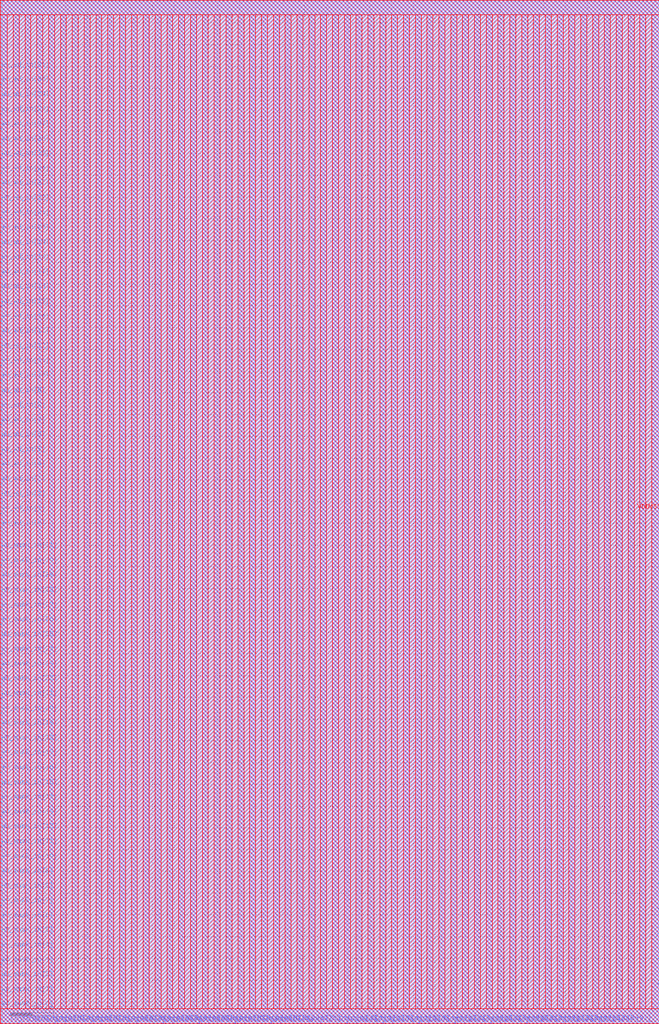
<source format=lef>
VERSION 5.7 ;
BUSBITCHARS "[]" ;
MACRO fakeram_32x128_2r1w
  FOREIGN fakeram_32x128_2r1w 0 0 ;
  SYMMETRY X Y R90 ;
  SIZE 303.140 BY 470.560 ;
  CLASS BLOCK ;
  PIN w0_mask_in[0]
    DIRECTION INPUT ;
    USE SIGNAL ;
    SHAPE ABUTMENT ;
    PORT
      LAYER met3 ;
      RECT 0.000 6.650 0.800 6.950 ;
    END
  END w0_mask_in[0]
  PIN w0_mask_in[1]
    DIRECTION INPUT ;
    USE SIGNAL ;
    SHAPE ABUTMENT ;
    PORT
      LAYER met3 ;
      RECT 0.000 13.450 0.800 13.750 ;
    END
  END w0_mask_in[1]
  PIN w0_mask_in[2]
    DIRECTION INPUT ;
    USE SIGNAL ;
    SHAPE ABUTMENT ;
    PORT
      LAYER met3 ;
      RECT 0.000 20.250 0.800 20.550 ;
    END
  END w0_mask_in[2]
  PIN w0_mask_in[3]
    DIRECTION INPUT ;
    USE SIGNAL ;
    SHAPE ABUTMENT ;
    PORT
      LAYER met3 ;
      RECT 0.000 27.050 0.800 27.350 ;
    END
  END w0_mask_in[3]
  PIN w0_mask_in[4]
    DIRECTION INPUT ;
    USE SIGNAL ;
    SHAPE ABUTMENT ;
    PORT
      LAYER met3 ;
      RECT 0.000 33.850 0.800 34.150 ;
    END
  END w0_mask_in[4]
  PIN w0_mask_in[5]
    DIRECTION INPUT ;
    USE SIGNAL ;
    SHAPE ABUTMENT ;
    PORT
      LAYER met3 ;
      RECT 0.000 40.650 0.800 40.950 ;
    END
  END w0_mask_in[5]
  PIN w0_mask_in[6]
    DIRECTION INPUT ;
    USE SIGNAL ;
    SHAPE ABUTMENT ;
    PORT
      LAYER met3 ;
      RECT 0.000 47.450 0.800 47.750 ;
    END
  END w0_mask_in[6]
  PIN w0_mask_in[7]
    DIRECTION INPUT ;
    USE SIGNAL ;
    SHAPE ABUTMENT ;
    PORT
      LAYER met3 ;
      RECT 0.000 54.250 0.800 54.550 ;
    END
  END w0_mask_in[7]
  PIN w0_mask_in[8]
    DIRECTION INPUT ;
    USE SIGNAL ;
    SHAPE ABUTMENT ;
    PORT
      LAYER met3 ;
      RECT 0.000 61.050 0.800 61.350 ;
    END
  END w0_mask_in[8]
  PIN w0_mask_in[9]
    DIRECTION INPUT ;
    USE SIGNAL ;
    SHAPE ABUTMENT ;
    PORT
      LAYER met3 ;
      RECT 0.000 67.850 0.800 68.150 ;
    END
  END w0_mask_in[9]
  PIN w0_mask_in[10]
    DIRECTION INPUT ;
    USE SIGNAL ;
    SHAPE ABUTMENT ;
    PORT
      LAYER met3 ;
      RECT 0.000 74.650 0.800 74.950 ;
    END
  END w0_mask_in[10]
  PIN w0_mask_in[11]
    DIRECTION INPUT ;
    USE SIGNAL ;
    SHAPE ABUTMENT ;
    PORT
      LAYER met3 ;
      RECT 0.000 81.450 0.800 81.750 ;
    END
  END w0_mask_in[11]
  PIN w0_mask_in[12]
    DIRECTION INPUT ;
    USE SIGNAL ;
    SHAPE ABUTMENT ;
    PORT
      LAYER met3 ;
      RECT 0.000 88.250 0.800 88.550 ;
    END
  END w0_mask_in[12]
  PIN w0_mask_in[13]
    DIRECTION INPUT ;
    USE SIGNAL ;
    SHAPE ABUTMENT ;
    PORT
      LAYER met3 ;
      RECT 0.000 95.050 0.800 95.350 ;
    END
  END w0_mask_in[13]
  PIN w0_mask_in[14]
    DIRECTION INPUT ;
    USE SIGNAL ;
    SHAPE ABUTMENT ;
    PORT
      LAYER met3 ;
      RECT 0.000 101.850 0.800 102.150 ;
    END
  END w0_mask_in[14]
  PIN w0_mask_in[15]
    DIRECTION INPUT ;
    USE SIGNAL ;
    SHAPE ABUTMENT ;
    PORT
      LAYER met3 ;
      RECT 0.000 108.650 0.800 108.950 ;
    END
  END w0_mask_in[15]
  PIN w0_mask_in[16]
    DIRECTION INPUT ;
    USE SIGNAL ;
    SHAPE ABUTMENT ;
    PORT
      LAYER met3 ;
      RECT 0.000 115.450 0.800 115.750 ;
    END
  END w0_mask_in[16]
  PIN w0_mask_in[17]
    DIRECTION INPUT ;
    USE SIGNAL ;
    SHAPE ABUTMENT ;
    PORT
      LAYER met3 ;
      RECT 0.000 122.250 0.800 122.550 ;
    END
  END w0_mask_in[17]
  PIN w0_mask_in[18]
    DIRECTION INPUT ;
    USE SIGNAL ;
    SHAPE ABUTMENT ;
    PORT
      LAYER met3 ;
      RECT 0.000 129.050 0.800 129.350 ;
    END
  END w0_mask_in[18]
  PIN w0_mask_in[19]
    DIRECTION INPUT ;
    USE SIGNAL ;
    SHAPE ABUTMENT ;
    PORT
      LAYER met3 ;
      RECT 0.000 135.850 0.800 136.150 ;
    END
  END w0_mask_in[19]
  PIN w0_mask_in[20]
    DIRECTION INPUT ;
    USE SIGNAL ;
    SHAPE ABUTMENT ;
    PORT
      LAYER met3 ;
      RECT 0.000 142.650 0.800 142.950 ;
    END
  END w0_mask_in[20]
  PIN w0_mask_in[21]
    DIRECTION INPUT ;
    USE SIGNAL ;
    SHAPE ABUTMENT ;
    PORT
      LAYER met3 ;
      RECT 0.000 149.450 0.800 149.750 ;
    END
  END w0_mask_in[21]
  PIN w0_mask_in[22]
    DIRECTION INPUT ;
    USE SIGNAL ;
    SHAPE ABUTMENT ;
    PORT
      LAYER met3 ;
      RECT 0.000 156.250 0.800 156.550 ;
    END
  END w0_mask_in[22]
  PIN w0_mask_in[23]
    DIRECTION INPUT ;
    USE SIGNAL ;
    SHAPE ABUTMENT ;
    PORT
      LAYER met3 ;
      RECT 0.000 163.050 0.800 163.350 ;
    END
  END w0_mask_in[23]
  PIN w0_mask_in[24]
    DIRECTION INPUT ;
    USE SIGNAL ;
    SHAPE ABUTMENT ;
    PORT
      LAYER met3 ;
      RECT 0.000 169.850 0.800 170.150 ;
    END
  END w0_mask_in[24]
  PIN w0_mask_in[25]
    DIRECTION INPUT ;
    USE SIGNAL ;
    SHAPE ABUTMENT ;
    PORT
      LAYER met3 ;
      RECT 0.000 176.650 0.800 176.950 ;
    END
  END w0_mask_in[25]
  PIN w0_mask_in[26]
    DIRECTION INPUT ;
    USE SIGNAL ;
    SHAPE ABUTMENT ;
    PORT
      LAYER met3 ;
      RECT 0.000 183.450 0.800 183.750 ;
    END
  END w0_mask_in[26]
  PIN w0_mask_in[27]
    DIRECTION INPUT ;
    USE SIGNAL ;
    SHAPE ABUTMENT ;
    PORT
      LAYER met3 ;
      RECT 0.000 190.250 0.800 190.550 ;
    END
  END w0_mask_in[27]
  PIN w0_mask_in[28]
    DIRECTION INPUT ;
    USE SIGNAL ;
    SHAPE ABUTMENT ;
    PORT
      LAYER met3 ;
      RECT 0.000 197.050 0.800 197.350 ;
    END
  END w0_mask_in[28]
  PIN w0_mask_in[29]
    DIRECTION INPUT ;
    USE SIGNAL ;
    SHAPE ABUTMENT ;
    PORT
      LAYER met3 ;
      RECT 0.000 203.850 0.800 204.150 ;
    END
  END w0_mask_in[29]
  PIN w0_mask_in[30]
    DIRECTION INPUT ;
    USE SIGNAL ;
    SHAPE ABUTMENT ;
    PORT
      LAYER met3 ;
      RECT 0.000 210.650 0.800 210.950 ;
    END
  END w0_mask_in[30]
  PIN w0_mask_in[31]
    DIRECTION INPUT ;
    USE SIGNAL ;
    SHAPE ABUTMENT ;
    PORT
      LAYER met3 ;
      RECT 0.000 217.450 0.800 217.750 ;
    END
  END w0_mask_in[31]
  PIN w0_wd_in[0]
    DIRECTION INPUT ;
    USE SIGNAL ;
    SHAPE ABUTMENT ;
    PORT
      LAYER met3 ;
      RECT 0.000 227.650 0.800 227.950 ;
    END
  END w0_wd_in[0]
  PIN w0_wd_in[1]
    DIRECTION INPUT ;
    USE SIGNAL ;
    SHAPE ABUTMENT ;
    PORT
      LAYER met3 ;
      RECT 0.000 234.450 0.800 234.750 ;
    END
  END w0_wd_in[1]
  PIN w0_wd_in[2]
    DIRECTION INPUT ;
    USE SIGNAL ;
    SHAPE ABUTMENT ;
    PORT
      LAYER met3 ;
      RECT 0.000 241.250 0.800 241.550 ;
    END
  END w0_wd_in[2]
  PIN w0_wd_in[3]
    DIRECTION INPUT ;
    USE SIGNAL ;
    SHAPE ABUTMENT ;
    PORT
      LAYER met3 ;
      RECT 0.000 248.050 0.800 248.350 ;
    END
  END w0_wd_in[3]
  PIN w0_wd_in[4]
    DIRECTION INPUT ;
    USE SIGNAL ;
    SHAPE ABUTMENT ;
    PORT
      LAYER met3 ;
      RECT 0.000 254.850 0.800 255.150 ;
    END
  END w0_wd_in[4]
  PIN w0_wd_in[5]
    DIRECTION INPUT ;
    USE SIGNAL ;
    SHAPE ABUTMENT ;
    PORT
      LAYER met3 ;
      RECT 0.000 261.650 0.800 261.950 ;
    END
  END w0_wd_in[5]
  PIN w0_wd_in[6]
    DIRECTION INPUT ;
    USE SIGNAL ;
    SHAPE ABUTMENT ;
    PORT
      LAYER met3 ;
      RECT 0.000 268.450 0.800 268.750 ;
    END
  END w0_wd_in[6]
  PIN w0_wd_in[7]
    DIRECTION INPUT ;
    USE SIGNAL ;
    SHAPE ABUTMENT ;
    PORT
      LAYER met3 ;
      RECT 0.000 275.250 0.800 275.550 ;
    END
  END w0_wd_in[7]
  PIN w0_wd_in[8]
    DIRECTION INPUT ;
    USE SIGNAL ;
    SHAPE ABUTMENT ;
    PORT
      LAYER met3 ;
      RECT 0.000 282.050 0.800 282.350 ;
    END
  END w0_wd_in[8]
  PIN w0_wd_in[9]
    DIRECTION INPUT ;
    USE SIGNAL ;
    SHAPE ABUTMENT ;
    PORT
      LAYER met3 ;
      RECT 0.000 288.850 0.800 289.150 ;
    END
  END w0_wd_in[9]
  PIN w0_wd_in[10]
    DIRECTION INPUT ;
    USE SIGNAL ;
    SHAPE ABUTMENT ;
    PORT
      LAYER met3 ;
      RECT 0.000 295.650 0.800 295.950 ;
    END
  END w0_wd_in[10]
  PIN w0_wd_in[11]
    DIRECTION INPUT ;
    USE SIGNAL ;
    SHAPE ABUTMENT ;
    PORT
      LAYER met3 ;
      RECT 0.000 302.450 0.800 302.750 ;
    END
  END w0_wd_in[11]
  PIN w0_wd_in[12]
    DIRECTION INPUT ;
    USE SIGNAL ;
    SHAPE ABUTMENT ;
    PORT
      LAYER met3 ;
      RECT 0.000 309.250 0.800 309.550 ;
    END
  END w0_wd_in[12]
  PIN w0_wd_in[13]
    DIRECTION INPUT ;
    USE SIGNAL ;
    SHAPE ABUTMENT ;
    PORT
      LAYER met3 ;
      RECT 0.000 316.050 0.800 316.350 ;
    END
  END w0_wd_in[13]
  PIN w0_wd_in[14]
    DIRECTION INPUT ;
    USE SIGNAL ;
    SHAPE ABUTMENT ;
    PORT
      LAYER met3 ;
      RECT 0.000 322.850 0.800 323.150 ;
    END
  END w0_wd_in[14]
  PIN w0_wd_in[15]
    DIRECTION INPUT ;
    USE SIGNAL ;
    SHAPE ABUTMENT ;
    PORT
      LAYER met3 ;
      RECT 0.000 329.650 0.800 329.950 ;
    END
  END w0_wd_in[15]
  PIN w0_wd_in[16]
    DIRECTION INPUT ;
    USE SIGNAL ;
    SHAPE ABUTMENT ;
    PORT
      LAYER met3 ;
      RECT 0.000 336.450 0.800 336.750 ;
    END
  END w0_wd_in[16]
  PIN w0_wd_in[17]
    DIRECTION INPUT ;
    USE SIGNAL ;
    SHAPE ABUTMENT ;
    PORT
      LAYER met3 ;
      RECT 0.000 343.250 0.800 343.550 ;
    END
  END w0_wd_in[17]
  PIN w0_wd_in[18]
    DIRECTION INPUT ;
    USE SIGNAL ;
    SHAPE ABUTMENT ;
    PORT
      LAYER met3 ;
      RECT 0.000 350.050 0.800 350.350 ;
    END
  END w0_wd_in[18]
  PIN w0_wd_in[19]
    DIRECTION INPUT ;
    USE SIGNAL ;
    SHAPE ABUTMENT ;
    PORT
      LAYER met3 ;
      RECT 0.000 356.850 0.800 357.150 ;
    END
  END w0_wd_in[19]
  PIN w0_wd_in[20]
    DIRECTION INPUT ;
    USE SIGNAL ;
    SHAPE ABUTMENT ;
    PORT
      LAYER met3 ;
      RECT 0.000 363.650 0.800 363.950 ;
    END
  END w0_wd_in[20]
  PIN w0_wd_in[21]
    DIRECTION INPUT ;
    USE SIGNAL ;
    SHAPE ABUTMENT ;
    PORT
      LAYER met3 ;
      RECT 0.000 370.450 0.800 370.750 ;
    END
  END w0_wd_in[21]
  PIN w0_wd_in[22]
    DIRECTION INPUT ;
    USE SIGNAL ;
    SHAPE ABUTMENT ;
    PORT
      LAYER met3 ;
      RECT 0.000 377.250 0.800 377.550 ;
    END
  END w0_wd_in[22]
  PIN w0_wd_in[23]
    DIRECTION INPUT ;
    USE SIGNAL ;
    SHAPE ABUTMENT ;
    PORT
      LAYER met3 ;
      RECT 0.000 384.050 0.800 384.350 ;
    END
  END w0_wd_in[23]
  PIN w0_wd_in[24]
    DIRECTION INPUT ;
    USE SIGNAL ;
    SHAPE ABUTMENT ;
    PORT
      LAYER met3 ;
      RECT 0.000 390.850 0.800 391.150 ;
    END
  END w0_wd_in[24]
  PIN w0_wd_in[25]
    DIRECTION INPUT ;
    USE SIGNAL ;
    SHAPE ABUTMENT ;
    PORT
      LAYER met3 ;
      RECT 0.000 397.650 0.800 397.950 ;
    END
  END w0_wd_in[25]
  PIN w0_wd_in[26]
    DIRECTION INPUT ;
    USE SIGNAL ;
    SHAPE ABUTMENT ;
    PORT
      LAYER met3 ;
      RECT 0.000 404.450 0.800 404.750 ;
    END
  END w0_wd_in[26]
  PIN w0_wd_in[27]
    DIRECTION INPUT ;
    USE SIGNAL ;
    SHAPE ABUTMENT ;
    PORT
      LAYER met3 ;
      RECT 0.000 411.250 0.800 411.550 ;
    END
  END w0_wd_in[27]
  PIN w0_wd_in[28]
    DIRECTION INPUT ;
    USE SIGNAL ;
    SHAPE ABUTMENT ;
    PORT
      LAYER met3 ;
      RECT 0.000 418.050 0.800 418.350 ;
    END
  END w0_wd_in[28]
  PIN w0_wd_in[29]
    DIRECTION INPUT ;
    USE SIGNAL ;
    SHAPE ABUTMENT ;
    PORT
      LAYER met3 ;
      RECT 0.000 424.850 0.800 425.150 ;
    END
  END w0_wd_in[29]
  PIN w0_wd_in[30]
    DIRECTION INPUT ;
    USE SIGNAL ;
    SHAPE ABUTMENT ;
    PORT
      LAYER met3 ;
      RECT 0.000 431.650 0.800 431.950 ;
    END
  END w0_wd_in[30]
  PIN w0_wd_in[31]
    DIRECTION INPUT ;
    USE SIGNAL ;
    SHAPE ABUTMENT ;
    PORT
      LAYER met3 ;
      RECT 0.000 438.450 0.800 438.750 ;
    END
  END w0_wd_in[31]
  PIN r0_rd_out[0]
    DIRECTION OUTPUT ;
    USE SIGNAL ;
    SHAPE ABUTMENT ;
    PORT
      LAYER met2 ;
      RECT 4.530 0.000 4.670 0.350 ;
    END
  END r0_rd_out[0]
  PIN r0_rd_out[1]
    DIRECTION OUTPUT ;
    USE SIGNAL ;
    SHAPE ABUTMENT ;
    PORT
      LAYER met2 ;
      RECT 8.670 0.000 8.810 0.350 ;
    END
  END r0_rd_out[1]
  PIN r0_rd_out[2]
    DIRECTION OUTPUT ;
    USE SIGNAL ;
    SHAPE ABUTMENT ;
    PORT
      LAYER met2 ;
      RECT 12.810 0.000 12.950 0.350 ;
    END
  END r0_rd_out[2]
  PIN r0_rd_out[3]
    DIRECTION OUTPUT ;
    USE SIGNAL ;
    SHAPE ABUTMENT ;
    PORT
      LAYER met2 ;
      RECT 16.950 0.000 17.090 0.350 ;
    END
  END r0_rd_out[3]
  PIN r0_rd_out[4]
    DIRECTION OUTPUT ;
    USE SIGNAL ;
    SHAPE ABUTMENT ;
    PORT
      LAYER met2 ;
      RECT 21.090 0.000 21.230 0.350 ;
    END
  END r0_rd_out[4]
  PIN r0_rd_out[5]
    DIRECTION OUTPUT ;
    USE SIGNAL ;
    SHAPE ABUTMENT ;
    PORT
      LAYER met2 ;
      RECT 25.230 0.000 25.370 0.350 ;
    END
  END r0_rd_out[5]
  PIN r0_rd_out[6]
    DIRECTION OUTPUT ;
    USE SIGNAL ;
    SHAPE ABUTMENT ;
    PORT
      LAYER met2 ;
      RECT 29.370 0.000 29.510 0.350 ;
    END
  END r0_rd_out[6]
  PIN r0_rd_out[7]
    DIRECTION OUTPUT ;
    USE SIGNAL ;
    SHAPE ABUTMENT ;
    PORT
      LAYER met2 ;
      RECT 33.510 0.000 33.650 0.350 ;
    END
  END r0_rd_out[7]
  PIN r0_rd_out[8]
    DIRECTION OUTPUT ;
    USE SIGNAL ;
    SHAPE ABUTMENT ;
    PORT
      LAYER met2 ;
      RECT 37.650 0.000 37.790 0.350 ;
    END
  END r0_rd_out[8]
  PIN r0_rd_out[9]
    DIRECTION OUTPUT ;
    USE SIGNAL ;
    SHAPE ABUTMENT ;
    PORT
      LAYER met2 ;
      RECT 41.790 0.000 41.930 0.350 ;
    END
  END r0_rd_out[9]
  PIN r0_rd_out[10]
    DIRECTION OUTPUT ;
    USE SIGNAL ;
    SHAPE ABUTMENT ;
    PORT
      LAYER met2 ;
      RECT 45.930 0.000 46.070 0.350 ;
    END
  END r0_rd_out[10]
  PIN r0_rd_out[11]
    DIRECTION OUTPUT ;
    USE SIGNAL ;
    SHAPE ABUTMENT ;
    PORT
      LAYER met2 ;
      RECT 50.070 0.000 50.210 0.350 ;
    END
  END r0_rd_out[11]
  PIN r0_rd_out[12]
    DIRECTION OUTPUT ;
    USE SIGNAL ;
    SHAPE ABUTMENT ;
    PORT
      LAYER met2 ;
      RECT 54.210 0.000 54.350 0.350 ;
    END
  END r0_rd_out[12]
  PIN r0_rd_out[13]
    DIRECTION OUTPUT ;
    USE SIGNAL ;
    SHAPE ABUTMENT ;
    PORT
      LAYER met2 ;
      RECT 58.350 0.000 58.490 0.350 ;
    END
  END r0_rd_out[13]
  PIN r0_rd_out[14]
    DIRECTION OUTPUT ;
    USE SIGNAL ;
    SHAPE ABUTMENT ;
    PORT
      LAYER met2 ;
      RECT 62.490 0.000 62.630 0.350 ;
    END
  END r0_rd_out[14]
  PIN r0_rd_out[15]
    DIRECTION OUTPUT ;
    USE SIGNAL ;
    SHAPE ABUTMENT ;
    PORT
      LAYER met2 ;
      RECT 66.630 0.000 66.770 0.350 ;
    END
  END r0_rd_out[15]
  PIN r0_rd_out[16]
    DIRECTION OUTPUT ;
    USE SIGNAL ;
    SHAPE ABUTMENT ;
    PORT
      LAYER met2 ;
      RECT 70.770 0.000 70.910 0.350 ;
    END
  END r0_rd_out[16]
  PIN r0_rd_out[17]
    DIRECTION OUTPUT ;
    USE SIGNAL ;
    SHAPE ABUTMENT ;
    PORT
      LAYER met2 ;
      RECT 74.910 0.000 75.050 0.350 ;
    END
  END r0_rd_out[17]
  PIN r0_rd_out[18]
    DIRECTION OUTPUT ;
    USE SIGNAL ;
    SHAPE ABUTMENT ;
    PORT
      LAYER met2 ;
      RECT 79.050 0.000 79.190 0.350 ;
    END
  END r0_rd_out[18]
  PIN r0_rd_out[19]
    DIRECTION OUTPUT ;
    USE SIGNAL ;
    SHAPE ABUTMENT ;
    PORT
      LAYER met2 ;
      RECT 83.190 0.000 83.330 0.350 ;
    END
  END r0_rd_out[19]
  PIN r0_rd_out[20]
    DIRECTION OUTPUT ;
    USE SIGNAL ;
    SHAPE ABUTMENT ;
    PORT
      LAYER met2 ;
      RECT 87.330 0.000 87.470 0.350 ;
    END
  END r0_rd_out[20]
  PIN r0_rd_out[21]
    DIRECTION OUTPUT ;
    USE SIGNAL ;
    SHAPE ABUTMENT ;
    PORT
      LAYER met2 ;
      RECT 91.470 0.000 91.610 0.350 ;
    END
  END r0_rd_out[21]
  PIN r0_rd_out[22]
    DIRECTION OUTPUT ;
    USE SIGNAL ;
    SHAPE ABUTMENT ;
    PORT
      LAYER met2 ;
      RECT 95.610 0.000 95.750 0.350 ;
    END
  END r0_rd_out[22]
  PIN r0_rd_out[23]
    DIRECTION OUTPUT ;
    USE SIGNAL ;
    SHAPE ABUTMENT ;
    PORT
      LAYER met2 ;
      RECT 99.750 0.000 99.890 0.350 ;
    END
  END r0_rd_out[23]
  PIN r0_rd_out[24]
    DIRECTION OUTPUT ;
    USE SIGNAL ;
    SHAPE ABUTMENT ;
    PORT
      LAYER met2 ;
      RECT 103.890 0.000 104.030 0.350 ;
    END
  END r0_rd_out[24]
  PIN r0_rd_out[25]
    DIRECTION OUTPUT ;
    USE SIGNAL ;
    SHAPE ABUTMENT ;
    PORT
      LAYER met2 ;
      RECT 108.030 0.000 108.170 0.350 ;
    END
  END r0_rd_out[25]
  PIN r0_rd_out[26]
    DIRECTION OUTPUT ;
    USE SIGNAL ;
    SHAPE ABUTMENT ;
    PORT
      LAYER met2 ;
      RECT 112.170 0.000 112.310 0.350 ;
    END
  END r0_rd_out[26]
  PIN r0_rd_out[27]
    DIRECTION OUTPUT ;
    USE SIGNAL ;
    SHAPE ABUTMENT ;
    PORT
      LAYER met2 ;
      RECT 116.310 0.000 116.450 0.350 ;
    END
  END r0_rd_out[27]
  PIN r0_rd_out[28]
    DIRECTION OUTPUT ;
    USE SIGNAL ;
    SHAPE ABUTMENT ;
    PORT
      LAYER met2 ;
      RECT 120.450 0.000 120.590 0.350 ;
    END
  END r0_rd_out[28]
  PIN r0_rd_out[29]
    DIRECTION OUTPUT ;
    USE SIGNAL ;
    SHAPE ABUTMENT ;
    PORT
      LAYER met2 ;
      RECT 124.590 0.000 124.730 0.350 ;
    END
  END r0_rd_out[29]
  PIN r0_rd_out[30]
    DIRECTION OUTPUT ;
    USE SIGNAL ;
    SHAPE ABUTMENT ;
    PORT
      LAYER met2 ;
      RECT 128.730 0.000 128.870 0.350 ;
    END
  END r0_rd_out[30]
  PIN r0_rd_out[31]
    DIRECTION OUTPUT ;
    USE SIGNAL ;
    SHAPE ABUTMENT ;
    PORT
      LAYER met2 ;
      RECT 132.870 0.000 133.010 0.350 ;
    END
  END r0_rd_out[31]
  PIN r1_rd_out[0]
    DIRECTION OUTPUT ;
    USE SIGNAL ;
    SHAPE ABUTMENT ;
    PORT
      LAYER met2 ;
      RECT 147.130 0.000 147.270 0.350 ;
    END
  END r1_rd_out[0]
  PIN r1_rd_out[1]
    DIRECTION OUTPUT ;
    USE SIGNAL ;
    SHAPE ABUTMENT ;
    PORT
      LAYER met2 ;
      RECT 151.270 0.000 151.410 0.350 ;
    END
  END r1_rd_out[1]
  PIN r1_rd_out[2]
    DIRECTION OUTPUT ;
    USE SIGNAL ;
    SHAPE ABUTMENT ;
    PORT
      LAYER met2 ;
      RECT 155.410 0.000 155.550 0.350 ;
    END
  END r1_rd_out[2]
  PIN r1_rd_out[3]
    DIRECTION OUTPUT ;
    USE SIGNAL ;
    SHAPE ABUTMENT ;
    PORT
      LAYER met2 ;
      RECT 159.550 0.000 159.690 0.350 ;
    END
  END r1_rd_out[3]
  PIN r1_rd_out[4]
    DIRECTION OUTPUT ;
    USE SIGNAL ;
    SHAPE ABUTMENT ;
    PORT
      LAYER met2 ;
      RECT 163.690 0.000 163.830 0.350 ;
    END
  END r1_rd_out[4]
  PIN r1_rd_out[5]
    DIRECTION OUTPUT ;
    USE SIGNAL ;
    SHAPE ABUTMENT ;
    PORT
      LAYER met2 ;
      RECT 167.830 0.000 167.970 0.350 ;
    END
  END r1_rd_out[5]
  PIN r1_rd_out[6]
    DIRECTION OUTPUT ;
    USE SIGNAL ;
    SHAPE ABUTMENT ;
    PORT
      LAYER met2 ;
      RECT 171.970 0.000 172.110 0.350 ;
    END
  END r1_rd_out[6]
  PIN r1_rd_out[7]
    DIRECTION OUTPUT ;
    USE SIGNAL ;
    SHAPE ABUTMENT ;
    PORT
      LAYER met2 ;
      RECT 176.110 0.000 176.250 0.350 ;
    END
  END r1_rd_out[7]
  PIN r1_rd_out[8]
    DIRECTION OUTPUT ;
    USE SIGNAL ;
    SHAPE ABUTMENT ;
    PORT
      LAYER met2 ;
      RECT 180.250 0.000 180.390 0.350 ;
    END
  END r1_rd_out[8]
  PIN r1_rd_out[9]
    DIRECTION OUTPUT ;
    USE SIGNAL ;
    SHAPE ABUTMENT ;
    PORT
      LAYER met2 ;
      RECT 184.390 0.000 184.530 0.350 ;
    END
  END r1_rd_out[9]
  PIN r1_rd_out[10]
    DIRECTION OUTPUT ;
    USE SIGNAL ;
    SHAPE ABUTMENT ;
    PORT
      LAYER met2 ;
      RECT 188.530 0.000 188.670 0.350 ;
    END
  END r1_rd_out[10]
  PIN r1_rd_out[11]
    DIRECTION OUTPUT ;
    USE SIGNAL ;
    SHAPE ABUTMENT ;
    PORT
      LAYER met2 ;
      RECT 192.670 0.000 192.810 0.350 ;
    END
  END r1_rd_out[11]
  PIN r1_rd_out[12]
    DIRECTION OUTPUT ;
    USE SIGNAL ;
    SHAPE ABUTMENT ;
    PORT
      LAYER met2 ;
      RECT 196.810 0.000 196.950 0.350 ;
    END
  END r1_rd_out[12]
  PIN r1_rd_out[13]
    DIRECTION OUTPUT ;
    USE SIGNAL ;
    SHAPE ABUTMENT ;
    PORT
      LAYER met2 ;
      RECT 200.950 0.000 201.090 0.350 ;
    END
  END r1_rd_out[13]
  PIN r1_rd_out[14]
    DIRECTION OUTPUT ;
    USE SIGNAL ;
    SHAPE ABUTMENT ;
    PORT
      LAYER met2 ;
      RECT 205.090 0.000 205.230 0.350 ;
    END
  END r1_rd_out[14]
  PIN r1_rd_out[15]
    DIRECTION OUTPUT ;
    USE SIGNAL ;
    SHAPE ABUTMENT ;
    PORT
      LAYER met2 ;
      RECT 209.230 0.000 209.370 0.350 ;
    END
  END r1_rd_out[15]
  PIN r1_rd_out[16]
    DIRECTION OUTPUT ;
    USE SIGNAL ;
    SHAPE ABUTMENT ;
    PORT
      LAYER met2 ;
      RECT 213.370 0.000 213.510 0.350 ;
    END
  END r1_rd_out[16]
  PIN r1_rd_out[17]
    DIRECTION OUTPUT ;
    USE SIGNAL ;
    SHAPE ABUTMENT ;
    PORT
      LAYER met2 ;
      RECT 217.510 0.000 217.650 0.350 ;
    END
  END r1_rd_out[17]
  PIN r1_rd_out[18]
    DIRECTION OUTPUT ;
    USE SIGNAL ;
    SHAPE ABUTMENT ;
    PORT
      LAYER met2 ;
      RECT 221.650 0.000 221.790 0.350 ;
    END
  END r1_rd_out[18]
  PIN r1_rd_out[19]
    DIRECTION OUTPUT ;
    USE SIGNAL ;
    SHAPE ABUTMENT ;
    PORT
      LAYER met2 ;
      RECT 225.790 0.000 225.930 0.350 ;
    END
  END r1_rd_out[19]
  PIN r1_rd_out[20]
    DIRECTION OUTPUT ;
    USE SIGNAL ;
    SHAPE ABUTMENT ;
    PORT
      LAYER met2 ;
      RECT 229.930 0.000 230.070 0.350 ;
    END
  END r1_rd_out[20]
  PIN r1_rd_out[21]
    DIRECTION OUTPUT ;
    USE SIGNAL ;
    SHAPE ABUTMENT ;
    PORT
      LAYER met2 ;
      RECT 234.070 0.000 234.210 0.350 ;
    END
  END r1_rd_out[21]
  PIN r1_rd_out[22]
    DIRECTION OUTPUT ;
    USE SIGNAL ;
    SHAPE ABUTMENT ;
    PORT
      LAYER met2 ;
      RECT 238.210 0.000 238.350 0.350 ;
    END
  END r1_rd_out[22]
  PIN r1_rd_out[23]
    DIRECTION OUTPUT ;
    USE SIGNAL ;
    SHAPE ABUTMENT ;
    PORT
      LAYER met2 ;
      RECT 242.350 0.000 242.490 0.350 ;
    END
  END r1_rd_out[23]
  PIN r1_rd_out[24]
    DIRECTION OUTPUT ;
    USE SIGNAL ;
    SHAPE ABUTMENT ;
    PORT
      LAYER met2 ;
      RECT 246.490 0.000 246.630 0.350 ;
    END
  END r1_rd_out[24]
  PIN r1_rd_out[25]
    DIRECTION OUTPUT ;
    USE SIGNAL ;
    SHAPE ABUTMENT ;
    PORT
      LAYER met2 ;
      RECT 250.630 0.000 250.770 0.350 ;
    END
  END r1_rd_out[25]
  PIN r1_rd_out[26]
    DIRECTION OUTPUT ;
    USE SIGNAL ;
    SHAPE ABUTMENT ;
    PORT
      LAYER met2 ;
      RECT 254.770 0.000 254.910 0.350 ;
    END
  END r1_rd_out[26]
  PIN r1_rd_out[27]
    DIRECTION OUTPUT ;
    USE SIGNAL ;
    SHAPE ABUTMENT ;
    PORT
      LAYER met2 ;
      RECT 258.910 0.000 259.050 0.350 ;
    END
  END r1_rd_out[27]
  PIN r1_rd_out[28]
    DIRECTION OUTPUT ;
    USE SIGNAL ;
    SHAPE ABUTMENT ;
    PORT
      LAYER met2 ;
      RECT 263.050 0.000 263.190 0.350 ;
    END
  END r1_rd_out[28]
  PIN r1_rd_out[29]
    DIRECTION OUTPUT ;
    USE SIGNAL ;
    SHAPE ABUTMENT ;
    PORT
      LAYER met2 ;
      RECT 267.190 0.000 267.330 0.350 ;
    END
  END r1_rd_out[29]
  PIN r1_rd_out[30]
    DIRECTION OUTPUT ;
    USE SIGNAL ;
    SHAPE ABUTMENT ;
    PORT
      LAYER met2 ;
      RECT 271.330 0.000 271.470 0.350 ;
    END
  END r1_rd_out[30]
  PIN r1_rd_out[31]
    DIRECTION OUTPUT ;
    USE SIGNAL ;
    SHAPE ABUTMENT ;
    PORT
      LAYER met2 ;
      RECT 275.470 0.000 275.610 0.350 ;
    END
  END r1_rd_out[31]
  PIN w0_addr_in[0]
    DIRECTION INPUT ;
    USE SIGNAL ;
    SHAPE ABUTMENT ;
    PORT
      LAYER met3 ;
      RECT 302.340 6.650 303.140 6.950 ;
    END
  END w0_addr_in[0]
  PIN w0_addr_in[1]
    DIRECTION INPUT ;
    USE SIGNAL ;
    SHAPE ABUTMENT ;
    PORT
      LAYER met3 ;
      RECT 302.340 18.210 303.140 18.510 ;
    END
  END w0_addr_in[1]
  PIN w0_addr_in[2]
    DIRECTION INPUT ;
    USE SIGNAL ;
    SHAPE ABUTMENT ;
    PORT
      LAYER met3 ;
      RECT 302.340 29.770 303.140 30.070 ;
    END
  END w0_addr_in[2]
  PIN w0_addr_in[3]
    DIRECTION INPUT ;
    USE SIGNAL ;
    SHAPE ABUTMENT ;
    PORT
      LAYER met3 ;
      RECT 302.340 41.330 303.140 41.630 ;
    END
  END w0_addr_in[3]
  PIN w0_addr_in[4]
    DIRECTION INPUT ;
    USE SIGNAL ;
    SHAPE ABUTMENT ;
    PORT
      LAYER met3 ;
      RECT 302.340 52.890 303.140 53.190 ;
    END
  END w0_addr_in[4]
  PIN w0_addr_in[5]
    DIRECTION INPUT ;
    USE SIGNAL ;
    SHAPE ABUTMENT ;
    PORT
      LAYER met3 ;
      RECT 302.340 64.450 303.140 64.750 ;
    END
  END w0_addr_in[5]
  PIN w0_addr_in[6]
    DIRECTION INPUT ;
    USE SIGNAL ;
    SHAPE ABUTMENT ;
    PORT
      LAYER met3 ;
      RECT 302.340 76.010 303.140 76.310 ;
    END
  END w0_addr_in[6]
  PIN r0_addr_in[0]
    DIRECTION INPUT ;
    USE SIGNAL ;
    SHAPE ABUTMENT ;
    PORT
      LAYER met2 ;
      RECT 4.530 470.210 4.670 470.560 ;
    END
  END r0_addr_in[0]
  PIN r0_addr_in[1]
    DIRECTION INPUT ;
    USE SIGNAL ;
    SHAPE ABUTMENT ;
    PORT
      LAYER met2 ;
      RECT 8.670 470.210 8.810 470.560 ;
    END
  END r0_addr_in[1]
  PIN r0_addr_in[2]
    DIRECTION INPUT ;
    USE SIGNAL ;
    SHAPE ABUTMENT ;
    PORT
      LAYER met2 ;
      RECT 12.810 470.210 12.950 470.560 ;
    END
  END r0_addr_in[2]
  PIN r0_addr_in[3]
    DIRECTION INPUT ;
    USE SIGNAL ;
    SHAPE ABUTMENT ;
    PORT
      LAYER met2 ;
      RECT 16.950 470.210 17.090 470.560 ;
    END
  END r0_addr_in[3]
  PIN r0_addr_in[4]
    DIRECTION INPUT ;
    USE SIGNAL ;
    SHAPE ABUTMENT ;
    PORT
      LAYER met2 ;
      RECT 21.090 470.210 21.230 470.560 ;
    END
  END r0_addr_in[4]
  PIN r0_addr_in[5]
    DIRECTION INPUT ;
    USE SIGNAL ;
    SHAPE ABUTMENT ;
    PORT
      LAYER met2 ;
      RECT 25.230 470.210 25.370 470.560 ;
    END
  END r0_addr_in[5]
  PIN r0_addr_in[6]
    DIRECTION INPUT ;
    USE SIGNAL ;
    SHAPE ABUTMENT ;
    PORT
      LAYER met2 ;
      RECT 29.370 470.210 29.510 470.560 ;
    END
  END r0_addr_in[6]
  PIN r1_addr_in[0]
    DIRECTION INPUT ;
    USE SIGNAL ;
    SHAPE ABUTMENT ;
    PORT
      LAYER met2 ;
      RECT 35.350 470.210 35.490 470.560 ;
    END
  END r1_addr_in[0]
  PIN r1_addr_in[1]
    DIRECTION INPUT ;
    USE SIGNAL ;
    SHAPE ABUTMENT ;
    PORT
      LAYER met2 ;
      RECT 39.490 470.210 39.630 470.560 ;
    END
  END r1_addr_in[1]
  PIN r1_addr_in[2]
    DIRECTION INPUT ;
    USE SIGNAL ;
    SHAPE ABUTMENT ;
    PORT
      LAYER met2 ;
      RECT 43.630 470.210 43.770 470.560 ;
    END
  END r1_addr_in[2]
  PIN r1_addr_in[3]
    DIRECTION INPUT ;
    USE SIGNAL ;
    SHAPE ABUTMENT ;
    PORT
      LAYER met2 ;
      RECT 47.770 470.210 47.910 470.560 ;
    END
  END r1_addr_in[3]
  PIN r1_addr_in[4]
    DIRECTION INPUT ;
    USE SIGNAL ;
    SHAPE ABUTMENT ;
    PORT
      LAYER met2 ;
      RECT 51.910 470.210 52.050 470.560 ;
    END
  END r1_addr_in[4]
  PIN r1_addr_in[5]
    DIRECTION INPUT ;
    USE SIGNAL ;
    SHAPE ABUTMENT ;
    PORT
      LAYER met2 ;
      RECT 56.050 470.210 56.190 470.560 ;
    END
  END r1_addr_in[5]
  PIN r1_addr_in[6]
    DIRECTION INPUT ;
    USE SIGNAL ;
    SHAPE ABUTMENT ;
    PORT
      LAYER met2 ;
      RECT 60.190 470.210 60.330 470.560 ;
    END
  END r1_addr_in[6]
  PIN w0_we_in
    DIRECTION INPUT ;
    USE SIGNAL ;
    SHAPE ABUTMENT ;
    PORT
      LAYER met3 ;
      RECT 302.340 84.170 303.140 84.470 ;
    END
  END w0_we_in
  PIN w0_ce_in
    DIRECTION INPUT ;
    USE SIGNAL ;
    SHAPE ABUTMENT ;
    PORT
      LAYER met3 ;
      RECT 302.340 92.330 303.140 92.630 ;
    END
  END w0_ce_in
  PIN w0_clk
    DIRECTION INPUT ;
    USE SIGNAL ;
    SHAPE ABUTMENT ;
    PORT
      LAYER met3 ;
      RECT 302.340 100.490 303.140 100.790 ;
    END
  END w0_clk
  PIN r0_ce_in
    DIRECTION INPUT ;
    USE SIGNAL ;
    SHAPE ABUTMENT ;
    PORT
      LAYER met2 ;
      RECT 66.170 470.210 66.310 470.560 ;
    END
  END r0_ce_in
  PIN r0_clk
    DIRECTION INPUT ;
    USE SIGNAL ;
    SHAPE ABUTMENT ;
    PORT
      LAYER met2 ;
      RECT 72.150 470.210 72.290 470.560 ;
    END
  END r0_clk
  PIN r1_ce_in
    DIRECTION INPUT ;
    USE SIGNAL ;
    SHAPE ABUTMENT ;
    PORT
      LAYER met2 ;
      RECT 78.130 470.210 78.270 470.560 ;
    END
  END r1_ce_in
  PIN r1_clk
    DIRECTION INPUT ;
    USE SIGNAL ;
    SHAPE ABUTMENT ;
    PORT
      LAYER met2 ;
      RECT 84.110 470.210 84.250 470.560 ;
    END
  END r1_clk
  PIN VSS
    DIRECTION INOUT ;
    USE GROUND ;
    PORT
      LAYER met4 ;
      RECT 3.240 6.800 5.960 463.760 ;
      RECT 14.120 6.800 16.840 463.760 ;
      RECT 25.000 6.800 27.720 463.760 ;
      RECT 35.880 6.800 38.600 463.760 ;
      RECT 46.760 6.800 49.480 463.760 ;
      RECT 57.640 6.800 60.360 463.760 ;
      RECT 68.520 6.800 71.240 463.760 ;
      RECT 79.400 6.800 82.120 463.760 ;
      RECT 90.280 6.800 93.000 463.760 ;
      RECT 101.160 6.800 103.880 463.760 ;
      RECT 112.040 6.800 114.760 463.760 ;
      RECT 122.920 6.800 125.640 463.760 ;
      RECT 133.800 6.800 136.520 463.760 ;
      RECT 144.680 6.800 147.400 463.760 ;
      RECT 155.560 6.800 158.280 463.760 ;
      RECT 166.440 6.800 169.160 463.760 ;
      RECT 177.320 6.800 180.040 463.760 ;
      RECT 188.200 6.800 190.920 463.760 ;
      RECT 199.080 6.800 201.800 463.760 ;
      RECT 209.960 6.800 212.680 463.760 ;
      RECT 220.840 6.800 223.560 463.760 ;
      RECT 231.720 6.800 234.440 463.760 ;
      RECT 242.600 6.800 245.320 463.760 ;
      RECT 253.480 6.800 256.200 463.760 ;
      RECT 264.360 6.800 267.080 463.760 ;
      RECT 275.240 6.800 277.960 463.760 ;
      RECT 286.120 6.800 288.840 463.760 ;
      RECT 297.000 6.800 299.720 463.760 ;
    END
  END VSS
  PIN VDD
    DIRECTION INOUT ;
    USE POWER ;
    PORT
      LAYER met4 ;
      RECT 8.680 6.800 11.400 463.760 ;
      RECT 19.560 6.800 22.280 463.760 ;
      RECT 30.440 6.800 33.160 463.760 ;
      RECT 41.320 6.800 44.040 463.760 ;
      RECT 52.200 6.800 54.920 463.760 ;
      RECT 63.080 6.800 65.800 463.760 ;
      RECT 73.960 6.800 76.680 463.760 ;
      RECT 84.840 6.800 87.560 463.760 ;
      RECT 95.720 6.800 98.440 463.760 ;
      RECT 106.600 6.800 109.320 463.760 ;
      RECT 117.480 6.800 120.200 463.760 ;
      RECT 128.360 6.800 131.080 463.760 ;
      RECT 139.240 6.800 141.960 463.760 ;
      RECT 150.120 6.800 152.840 463.760 ;
      RECT 161.000 6.800 163.720 463.760 ;
      RECT 171.880 6.800 174.600 463.760 ;
      RECT 182.760 6.800 185.480 463.760 ;
      RECT 193.640 6.800 196.360 463.760 ;
      RECT 204.520 6.800 207.240 463.760 ;
      RECT 215.400 6.800 218.120 463.760 ;
      RECT 226.280 6.800 229.000 463.760 ;
      RECT 237.160 6.800 239.880 463.760 ;
      RECT 248.040 6.800 250.760 463.760 ;
      RECT 258.920 6.800 261.640 463.760 ;
      RECT 269.800 6.800 272.520 463.760 ;
      RECT 280.680 6.800 283.400 463.760 ;
      RECT 291.560 6.800 294.280 463.760 ;
    END
  END VDD
  OBS
    LAYER met1 ;
    RECT 0 0 303.140 470.560 ;
    LAYER met2 ;
    RECT 0 0 303.140 470.560 ;
    LAYER met3 ;
    RECT 0.800 0 303.140 470.560 ;
    LAYER met4 ;
    RECT 0 0 303.140 6.800 ;
    RECT 0 463.760 303.140 470.560 ;
    RECT 0.000 6.800 3.240 463.760 ;
    RECT 5.960 6.800 8.680 463.760 ;
    RECT 11.400 6.800 14.120 463.760 ;
    RECT 16.840 6.800 19.560 463.760 ;
    RECT 22.280 6.800 25.000 463.760 ;
    RECT 27.720 6.800 30.440 463.760 ;
    RECT 33.160 6.800 35.880 463.760 ;
    RECT 38.600 6.800 41.320 463.760 ;
    RECT 44.040 6.800 46.760 463.760 ;
    RECT 49.480 6.800 52.200 463.760 ;
    RECT 54.920 6.800 57.640 463.760 ;
    RECT 60.360 6.800 63.080 463.760 ;
    RECT 65.800 6.800 68.520 463.760 ;
    RECT 71.240 6.800 73.960 463.760 ;
    RECT 76.680 6.800 79.400 463.760 ;
    RECT 82.120 6.800 84.840 463.760 ;
    RECT 87.560 6.800 90.280 463.760 ;
    RECT 93.000 6.800 95.720 463.760 ;
    RECT 98.440 6.800 101.160 463.760 ;
    RECT 103.880 6.800 106.600 463.760 ;
    RECT 109.320 6.800 112.040 463.760 ;
    RECT 114.760 6.800 117.480 463.760 ;
    RECT 120.200 6.800 122.920 463.760 ;
    RECT 125.640 6.800 128.360 463.760 ;
    RECT 131.080 6.800 133.800 463.760 ;
    RECT 136.520 6.800 139.240 463.760 ;
    RECT 141.960 6.800 144.680 463.760 ;
    RECT 147.400 6.800 150.120 463.760 ;
    RECT 152.840 6.800 155.560 463.760 ;
    RECT 158.280 6.800 161.000 463.760 ;
    RECT 163.720 6.800 166.440 463.760 ;
    RECT 169.160 6.800 171.880 463.760 ;
    RECT 174.600 6.800 177.320 463.760 ;
    RECT 180.040 6.800 182.760 463.760 ;
    RECT 185.480 6.800 188.200 463.760 ;
    RECT 190.920 6.800 193.640 463.760 ;
    RECT 196.360 6.800 199.080 463.760 ;
    RECT 201.800 6.800 204.520 463.760 ;
    RECT 207.240 6.800 209.960 463.760 ;
    RECT 212.680 6.800 215.400 463.760 ;
    RECT 218.120 6.800 220.840 463.760 ;
    RECT 223.560 6.800 226.280 463.760 ;
    RECT 229.000 6.800 231.720 463.760 ;
    RECT 234.440 6.800 237.160 463.760 ;
    RECT 239.880 6.800 242.600 463.760 ;
    RECT 245.320 6.800 248.040 463.760 ;
    RECT 250.760 6.800 253.480 463.760 ;
    RECT 256.200 6.800 258.920 463.760 ;
    RECT 261.640 6.800 264.360 463.760 ;
    RECT 267.080 6.800 269.800 463.760 ;
    RECT 272.520 6.800 275.240 463.760 ;
    RECT 277.960 6.800 280.680 463.760 ;
    RECT 283.400 6.800 286.120 463.760 ;
    RECT 288.840 6.800 291.560 463.760 ;
    RECT 294.280 6.800 297.000 463.760 ;
    RECT 299.720 6.800 303.140 463.760 ;
    LAYER OVERLAP ;
    RECT 0 0 303.140 470.560 ;
  END
END fakeram_32x128_2r1w

END LIBRARY

</source>
